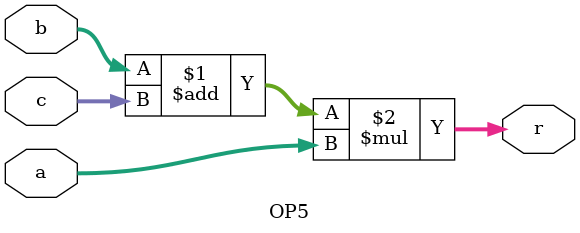
<source format=v>
module OP5(

input [7:0]a,b,c,
output [15:0]r

);

assign r = (b+c)*a;

endmodule

</source>
